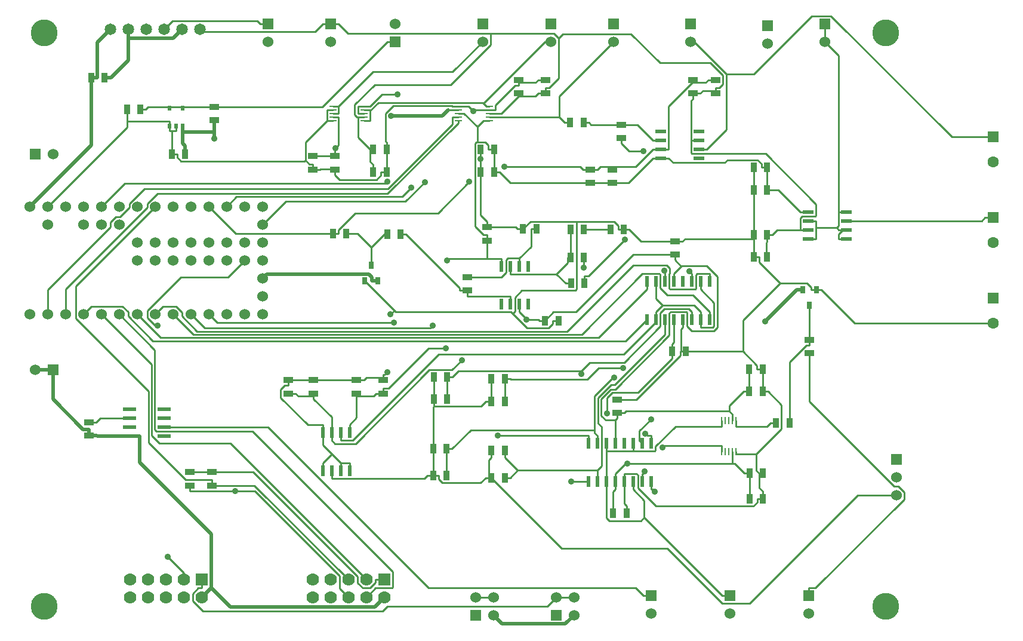
<source format=gtl>
G04 (created by PCBNEW (2013-jul-07)-stable) date Mon 21 Nov 2016 11:23:47 AM PST*
%MOIN*%
G04 Gerber Fmt 3.4, Leading zero omitted, Abs format*
%FSLAX34Y34*%
G01*
G70*
G90*
G04 APERTURE LIST*
%ADD10C,0.00590551*%
%ADD11C,0.06*%
%ADD12R,0.02X0.03*%
%ADD13R,0.0315X0.0394*%
%ADD14R,0.055X0.035*%
%ADD15R,0.035X0.055*%
%ADD16R,0.06X0.06*%
%ADD17R,0.0394X0.0106*%
%ADD18C,0.065*%
%ADD19R,0.0779528X0.0208661*%
%ADD20R,0.063X0.063*%
%ADD21C,0.063*%
%ADD22R,0.023622X0.0610236*%
%ADD23R,0.0610236X0.023622*%
%ADD24R,0.07X0.07*%
%ADD25C,0.07*%
%ADD26R,0.0106X0.0394*%
%ADD27C,0.15*%
%ADD28C,0.035*%
%ADD29C,0.01*%
%ADD30C,0.02*%
%ADD31C,0.0105906*%
G04 APERTURE END LIST*
G54D10*
G54D11*
X20700Y-37200D03*
X21700Y-37200D03*
X22700Y-37200D03*
X23700Y-37200D03*
X24700Y-37200D03*
X25700Y-37200D03*
X26700Y-37200D03*
X27700Y-37200D03*
X28700Y-37200D03*
X29700Y-37200D03*
X30700Y-37200D03*
X31700Y-37200D03*
X32700Y-37200D03*
X33700Y-37200D03*
X33700Y-36200D03*
X33700Y-35200D03*
X33700Y-34200D03*
X33700Y-33200D03*
X33700Y-32200D03*
X33700Y-31200D03*
X32700Y-31200D03*
X31700Y-31200D03*
X30700Y-31200D03*
X29700Y-31200D03*
X28700Y-31200D03*
X27700Y-31200D03*
X26700Y-31200D03*
X25700Y-31200D03*
X24700Y-31200D03*
X23700Y-31200D03*
X22700Y-31200D03*
X21700Y-31200D03*
X20700Y-31200D03*
X26700Y-34200D03*
X27700Y-34200D03*
X28700Y-34200D03*
X29700Y-34200D03*
X30700Y-34200D03*
X31700Y-34200D03*
X32700Y-34200D03*
X32700Y-33200D03*
X31700Y-33200D03*
X30700Y-33200D03*
X29700Y-33200D03*
X28700Y-33200D03*
X27700Y-33200D03*
X26700Y-33200D03*
X25700Y-32200D03*
X24700Y-32200D03*
X23700Y-32200D03*
X21700Y-32200D03*
G54D12*
X28491Y-26698D03*
X29241Y-26698D03*
X28491Y-25698D03*
X28866Y-26698D03*
X29241Y-25698D03*
G54D13*
X39777Y-34474D03*
X40152Y-35340D03*
X39402Y-35340D03*
X64250Y-36683D03*
X63875Y-35817D03*
X64625Y-35817D03*
G54D14*
X38954Y-40873D03*
X38954Y-41623D03*
G54D15*
X43266Y-40704D03*
X44016Y-40704D03*
X60875Y-41500D03*
X61625Y-41500D03*
X61652Y-46074D03*
X60902Y-46074D03*
X60875Y-40250D03*
X61625Y-40250D03*
X61652Y-47492D03*
X60902Y-47492D03*
G54D14*
X36553Y-41623D03*
X36553Y-40873D03*
G54D15*
X43266Y-41925D03*
X44016Y-41925D03*
G54D14*
X35135Y-41623D03*
X35135Y-40873D03*
X40450Y-40873D03*
X40450Y-41623D03*
G54D15*
X57335Y-39271D03*
X56585Y-39271D03*
G54D14*
X56750Y-33875D03*
X56750Y-33125D03*
G54D15*
X54032Y-48309D03*
X53282Y-48309D03*
G54D14*
X53500Y-42699D03*
X53500Y-41949D03*
G54D15*
X62375Y-43250D03*
X63125Y-43250D03*
G54D14*
X64250Y-38625D03*
X64250Y-39375D03*
G54D15*
X51640Y-32472D03*
X50890Y-32472D03*
X51680Y-35464D03*
X50930Y-35464D03*
X48252Y-32433D03*
X49002Y-32433D03*
X51640Y-34047D03*
X50890Y-34047D03*
G54D14*
X45124Y-35128D03*
X45124Y-35878D03*
G54D15*
X41412Y-32742D03*
X40662Y-32742D03*
X38380Y-32702D03*
X37630Y-32702D03*
X49473Y-37551D03*
X50223Y-37551D03*
G54D14*
X46226Y-33083D03*
X46226Y-32333D03*
G54D15*
X53884Y-32472D03*
X53134Y-32472D03*
G54D14*
X24000Y-43225D03*
X24000Y-43975D03*
G54D15*
X24125Y-24000D03*
X24875Y-24000D03*
G54D14*
X30875Y-45999D03*
X30875Y-46749D03*
X29625Y-45999D03*
X29625Y-46749D03*
X59000Y-24875D03*
X59000Y-24125D03*
G54D15*
X61125Y-29000D03*
X61875Y-29000D03*
X61875Y-34000D03*
X61125Y-34000D03*
X61125Y-30250D03*
X61875Y-30250D03*
X61875Y-32750D03*
X61125Y-32750D03*
G54D14*
X37750Y-29125D03*
X37750Y-28375D03*
G54D15*
X39875Y-29250D03*
X40625Y-29250D03*
G54D14*
X48000Y-24875D03*
X48000Y-24125D03*
G54D15*
X45875Y-28000D03*
X46625Y-28000D03*
G54D14*
X49500Y-24875D03*
X49500Y-24125D03*
G54D15*
X45875Y-29250D03*
X46625Y-29250D03*
G54D14*
X36500Y-29125D03*
X36500Y-28375D03*
G54D15*
X50875Y-26500D03*
X51625Y-26500D03*
G54D14*
X53750Y-26625D03*
X53750Y-27375D03*
X52000Y-29125D03*
X52000Y-29875D03*
X57750Y-24875D03*
X57750Y-24125D03*
X53250Y-29125D03*
X53250Y-29875D03*
G54D15*
X46477Y-46320D03*
X47227Y-46320D03*
X46477Y-44785D03*
X47227Y-44785D03*
X43227Y-46198D03*
X43977Y-46198D03*
X39875Y-28000D03*
X40625Y-28000D03*
X26125Y-25750D03*
X26875Y-25750D03*
G54D14*
X31000Y-26375D03*
X31000Y-25625D03*
G54D15*
X28625Y-28250D03*
X29375Y-28250D03*
X46477Y-40789D03*
X47227Y-40789D03*
X43227Y-44702D03*
X43977Y-44702D03*
X46477Y-42049D03*
X47227Y-42049D03*
G54D16*
X69100Y-45300D03*
G54D11*
X69100Y-46300D03*
X69100Y-47300D03*
G54D16*
X50100Y-54000D03*
G54D11*
X50100Y-53000D03*
X51100Y-54000D03*
X51100Y-53000D03*
G54D16*
X45600Y-54000D03*
G54D11*
X45600Y-53000D03*
X46600Y-54000D03*
X46600Y-53000D03*
G54D16*
X46000Y-21000D03*
G54D11*
X46000Y-22000D03*
G54D16*
X41100Y-22000D03*
G54D11*
X41100Y-21000D03*
G54D16*
X22000Y-40300D03*
G54D11*
X21000Y-40300D03*
G54D16*
X49800Y-21000D03*
G54D11*
X49800Y-22000D03*
G54D16*
X21000Y-28250D03*
G54D11*
X22000Y-28250D03*
G54D16*
X53300Y-21000D03*
G54D11*
X53300Y-22000D03*
G54D16*
X57600Y-21000D03*
G54D11*
X57600Y-22000D03*
G54D16*
X55400Y-52900D03*
G54D11*
X55400Y-53900D03*
G54D16*
X61900Y-21100D03*
G54D11*
X61900Y-22100D03*
G54D16*
X64200Y-52900D03*
G54D11*
X64200Y-53900D03*
G54D16*
X59800Y-52900D03*
G54D11*
X59800Y-53900D03*
G54D16*
X65100Y-21000D03*
G54D11*
X65100Y-22000D03*
G54D16*
X37500Y-21000D03*
G54D11*
X37500Y-22000D03*
G54D16*
X34000Y-21000D03*
G54D11*
X34000Y-22000D03*
G54D17*
X44625Y-25600D03*
X44625Y-25800D03*
X44625Y-26000D03*
X44625Y-26200D03*
X44625Y-26400D03*
X46375Y-26400D03*
X46375Y-26200D03*
X46375Y-26000D03*
X46375Y-25800D03*
X46375Y-25600D03*
X37625Y-25600D03*
X37625Y-25800D03*
X37625Y-26000D03*
X37625Y-26200D03*
X37625Y-26400D03*
X39375Y-26400D03*
X39375Y-26200D03*
X39375Y-26000D03*
X39375Y-25800D03*
X39375Y-25600D03*
G54D18*
X25200Y-21300D03*
X26200Y-21300D03*
X27200Y-21300D03*
X28200Y-21300D03*
X29200Y-21300D03*
X30200Y-21300D03*
G54D19*
X26279Y-42500D03*
X26279Y-43000D03*
X26279Y-43500D03*
X26279Y-44000D03*
X28220Y-44000D03*
X28220Y-43500D03*
X28220Y-43000D03*
X28220Y-42500D03*
G54D20*
X74500Y-27311D03*
G54D21*
X74500Y-28689D03*
G54D20*
X74500Y-31811D03*
G54D21*
X74500Y-33189D03*
G54D20*
X74500Y-36311D03*
G54D21*
X74500Y-37689D03*
G54D22*
X37062Y-45933D03*
X37562Y-45933D03*
X38062Y-45933D03*
X38562Y-45933D03*
X38562Y-43807D03*
X38062Y-43807D03*
X37562Y-43807D03*
X37062Y-43807D03*
G54D23*
X55948Y-27000D03*
X55948Y-27500D03*
X55948Y-28000D03*
X55948Y-28500D03*
X58074Y-28500D03*
X58074Y-28000D03*
X58074Y-27500D03*
X58074Y-27000D03*
X66312Y-33000D03*
X66312Y-32500D03*
X66312Y-32000D03*
X66312Y-31500D03*
X64187Y-31500D03*
X64187Y-32000D03*
X64187Y-32500D03*
X64187Y-33000D03*
G54D22*
X48551Y-34519D03*
X48051Y-34519D03*
X47551Y-34519D03*
X47051Y-34519D03*
X47051Y-36645D03*
X47551Y-36645D03*
X48051Y-36645D03*
X48551Y-36645D03*
G54D24*
X30300Y-52000D03*
G54D25*
X30300Y-53000D03*
X29300Y-52000D03*
X29300Y-53000D03*
X28300Y-52000D03*
X28300Y-53000D03*
X27300Y-52000D03*
X27300Y-53000D03*
X26300Y-52000D03*
X26300Y-53000D03*
G54D24*
X40500Y-52000D03*
G54D25*
X40500Y-53000D03*
X39500Y-52000D03*
X39500Y-53000D03*
X38500Y-52000D03*
X38500Y-53000D03*
X37500Y-52000D03*
X37500Y-53000D03*
X36500Y-52000D03*
X36500Y-53000D03*
G54D22*
X51907Y-46537D03*
X52407Y-46537D03*
X52907Y-46537D03*
X53407Y-46537D03*
X53407Y-44411D03*
X52907Y-44411D03*
X52407Y-44411D03*
X51907Y-44411D03*
X53907Y-46537D03*
X54407Y-46537D03*
X54907Y-46537D03*
X55407Y-46537D03*
X54407Y-44411D03*
X54907Y-44411D03*
X55407Y-44411D03*
X53907Y-44411D03*
X55171Y-37500D03*
X55671Y-37500D03*
X56171Y-37500D03*
X56671Y-37500D03*
X56671Y-35374D03*
X56171Y-35374D03*
X55671Y-35374D03*
X55171Y-35374D03*
X57171Y-37500D03*
X57671Y-37500D03*
X58171Y-37500D03*
X58671Y-37500D03*
X57671Y-35374D03*
X58171Y-35374D03*
X58671Y-35374D03*
X57171Y-35374D03*
G54D26*
X59350Y-44875D03*
X59550Y-44875D03*
X59750Y-44875D03*
X59950Y-44875D03*
X60150Y-44875D03*
X60150Y-43125D03*
X59950Y-43125D03*
X59750Y-43125D03*
X59550Y-43125D03*
X59350Y-43125D03*
G54D27*
X68500Y-53500D03*
X21500Y-53500D03*
X21500Y-21500D03*
X68500Y-21500D03*
G54D28*
X48430Y-37494D03*
X44829Y-39749D03*
X37784Y-27940D03*
X52931Y-42735D03*
X54059Y-45534D03*
X44003Y-34182D03*
X43946Y-39106D03*
X61761Y-37611D03*
X31000Y-27390D03*
X45875Y-28539D03*
X47217Y-28971D03*
X40657Y-40431D03*
X40845Y-37214D03*
X45478Y-25855D03*
X28414Y-50735D03*
X27837Y-37842D03*
X42758Y-29817D03*
X40885Y-26121D03*
X41241Y-24931D03*
X56050Y-44625D03*
X51640Y-34584D03*
X54967Y-28104D03*
X53932Y-33035D03*
X45254Y-29812D03*
X32183Y-47054D03*
X42015Y-30126D03*
X50952Y-46537D03*
X43200Y-37847D03*
X46852Y-43976D03*
X41040Y-37667D03*
X55070Y-43850D03*
X40661Y-29802D03*
X55592Y-47107D03*
X51490Y-40522D03*
X55056Y-45968D03*
X57544Y-34813D03*
X55410Y-43053D03*
X53854Y-40211D03*
X56130Y-34771D03*
X53339Y-40731D03*
G54D29*
X58074Y-27500D02*
X57639Y-27500D01*
X53407Y-44411D02*
X53407Y-43976D01*
X30336Y-21436D02*
X30200Y-21300D01*
X36633Y-21436D02*
X30336Y-21436D01*
X37069Y-21000D02*
X36633Y-21436D01*
X37284Y-21000D02*
X37069Y-21000D01*
X56671Y-35374D02*
X56671Y-34938D01*
X64187Y-32500D02*
X63796Y-32500D01*
X60875Y-40250D02*
X60875Y-41500D01*
X37284Y-21000D02*
X37500Y-21000D01*
X37500Y-21000D02*
X37930Y-21000D01*
X49500Y-24875D02*
X49500Y-24569D01*
X48000Y-24875D02*
X48000Y-25027D01*
X49500Y-24875D02*
X49094Y-24875D01*
X56750Y-33875D02*
X56750Y-34180D01*
X56750Y-33875D02*
X56344Y-33875D01*
X57089Y-34520D02*
X56750Y-34180D01*
X57089Y-34520D02*
X56671Y-34938D01*
X59950Y-43125D02*
X59950Y-42797D01*
X60875Y-41500D02*
X60569Y-41500D01*
X48942Y-25027D02*
X48000Y-25027D01*
X49094Y-24875D02*
X48942Y-25027D01*
X47027Y-26000D02*
X46375Y-26000D01*
X48000Y-25027D02*
X47027Y-26000D01*
X48051Y-36645D02*
X48051Y-37080D01*
X49943Y-37080D02*
X49473Y-37551D01*
X51210Y-37080D02*
X49943Y-37080D01*
X54416Y-33875D02*
X51210Y-37080D01*
X56344Y-33875D02*
X54416Y-33875D01*
X49473Y-37551D02*
X49168Y-37551D01*
X53500Y-42699D02*
X53500Y-43004D01*
X59757Y-42312D02*
X60569Y-41500D01*
X59757Y-42604D02*
X59757Y-42312D01*
X54000Y-42604D02*
X53905Y-42699D01*
X59757Y-42604D02*
X54000Y-42604D01*
X59950Y-42797D02*
X59757Y-42604D01*
X53500Y-42699D02*
X53905Y-42699D01*
X62430Y-32500D02*
X62180Y-32750D01*
X63751Y-32500D02*
X62430Y-32500D01*
X63751Y-32500D02*
X63796Y-32500D01*
X53407Y-43976D02*
X53407Y-43097D01*
X53407Y-43097D02*
X53500Y-43004D01*
X39875Y-28000D02*
X39722Y-28000D01*
X39722Y-28692D02*
X39875Y-28844D01*
X39722Y-28000D02*
X39722Y-28692D01*
X39875Y-29250D02*
X39875Y-28844D01*
X38478Y-21547D02*
X46434Y-21547D01*
X37930Y-21000D02*
X38478Y-21547D01*
X39040Y-27317D02*
X39722Y-28000D01*
X39040Y-26200D02*
X39040Y-27317D01*
X38969Y-26200D02*
X39040Y-26200D01*
X38846Y-26076D02*
X38969Y-26200D01*
X38846Y-25513D02*
X38846Y-26076D01*
X39957Y-24402D02*
X38846Y-25513D01*
X44211Y-24402D02*
X39957Y-24402D01*
X46434Y-22179D02*
X44211Y-24402D01*
X46434Y-21547D02*
X46434Y-22179D01*
X39040Y-26200D02*
X39375Y-26200D01*
X48430Y-37460D02*
X48051Y-37080D01*
X48430Y-37494D02*
X48430Y-37460D01*
X49111Y-37494D02*
X48430Y-37494D01*
X49168Y-37551D02*
X49111Y-37494D01*
X61875Y-32750D02*
X62180Y-32750D01*
X61875Y-34000D02*
X61842Y-34000D01*
X61842Y-33187D02*
X61875Y-33155D01*
X61842Y-34000D02*
X61842Y-33187D01*
X61875Y-32750D02*
X61875Y-33155D01*
X57111Y-34498D02*
X57089Y-34520D01*
X58509Y-34498D02*
X57111Y-34498D01*
X59099Y-35088D02*
X58509Y-34498D01*
X59099Y-37936D02*
X59099Y-35088D01*
X58905Y-38131D02*
X59099Y-37936D01*
X57678Y-38131D02*
X58905Y-38131D01*
X57421Y-37873D02*
X57678Y-38131D01*
X57421Y-37115D02*
X57421Y-37873D01*
X57370Y-37064D02*
X57421Y-37115D01*
X56499Y-37064D02*
X57370Y-37064D01*
X56422Y-37141D02*
X56499Y-37064D01*
X56422Y-38365D02*
X56422Y-37141D01*
X53392Y-41396D02*
X56422Y-38365D01*
X53150Y-41396D02*
X53392Y-41396D01*
X52610Y-41936D02*
X53150Y-41396D01*
X52610Y-42850D02*
X52610Y-41936D01*
X52858Y-43097D02*
X52610Y-42850D01*
X53407Y-43097D02*
X52858Y-43097D01*
X50485Y-21552D02*
X50230Y-21807D01*
X54280Y-21552D02*
X50485Y-21552D01*
X55892Y-23163D02*
X54280Y-21552D01*
X58700Y-23163D02*
X55892Y-23163D01*
X59405Y-23868D02*
X58700Y-23163D01*
X59405Y-24355D02*
X59405Y-23868D01*
X59190Y-24569D02*
X59405Y-24355D01*
X59000Y-24569D02*
X59190Y-24569D01*
X50230Y-24030D02*
X50230Y-21807D01*
X49690Y-24569D02*
X50230Y-24030D01*
X49500Y-24569D02*
X49690Y-24569D01*
X49970Y-21547D02*
X46434Y-21547D01*
X50230Y-21807D02*
X49970Y-21547D01*
X59000Y-24875D02*
X59000Y-24722D01*
X59000Y-24722D02*
X59000Y-24569D01*
X58307Y-24722D02*
X58155Y-24875D01*
X59000Y-24722D02*
X58307Y-24722D01*
X57750Y-24875D02*
X58155Y-24875D01*
X57639Y-28213D02*
X57639Y-27500D01*
X57674Y-28248D02*
X57639Y-28213D01*
X61791Y-28248D02*
X57674Y-28248D01*
X64622Y-31078D02*
X61791Y-28248D01*
X64622Y-31706D02*
X64622Y-31078D01*
X64580Y-31748D02*
X64622Y-31706D01*
X63831Y-31748D02*
X64580Y-31748D01*
X63751Y-31827D02*
X63831Y-31748D01*
X63751Y-32500D02*
X63751Y-31827D01*
X57639Y-25290D02*
X57750Y-25180D01*
X57639Y-27500D02*
X57639Y-25290D01*
X57750Y-24875D02*
X57750Y-25180D01*
X37562Y-42937D02*
X37562Y-43807D01*
X36553Y-41928D02*
X37562Y-42937D01*
X37743Y-44423D02*
X37562Y-44242D01*
X38890Y-44423D02*
X37743Y-44423D01*
X43014Y-40299D02*
X38890Y-44423D01*
X44278Y-40299D02*
X43014Y-40299D01*
X44829Y-39749D02*
X44278Y-40299D01*
X37562Y-43807D02*
X37562Y-44242D01*
X36553Y-41623D02*
X36553Y-41775D01*
X36553Y-41775D02*
X36553Y-41928D01*
X35693Y-41775D02*
X35540Y-41623D01*
X36553Y-41775D02*
X35693Y-41775D01*
X35135Y-41623D02*
X35540Y-41623D01*
X53282Y-48309D02*
X53282Y-47903D01*
X34000Y-21000D02*
X33569Y-21000D01*
X33393Y-20823D02*
X33569Y-21000D01*
X28676Y-20823D02*
X33393Y-20823D01*
X28200Y-21300D02*
X28676Y-20823D01*
X60902Y-47492D02*
X60902Y-46074D01*
X47555Y-29875D02*
X46930Y-29250D01*
X52000Y-29875D02*
X47555Y-29875D01*
X46625Y-29250D02*
X46930Y-29250D01*
X53282Y-47097D02*
X53407Y-46972D01*
X53282Y-47903D02*
X53282Y-47097D01*
X53407Y-46755D02*
X53407Y-46972D01*
X53407Y-46755D02*
X53407Y-46537D01*
X53407Y-46537D02*
X53407Y-46102D01*
X37952Y-27772D02*
X37952Y-26200D01*
X37784Y-27940D02*
X37952Y-27772D01*
X37625Y-26200D02*
X37952Y-26200D01*
X37750Y-27974D02*
X37784Y-27940D01*
X37750Y-28375D02*
X37750Y-27974D01*
X36500Y-28375D02*
X36905Y-28375D01*
X37750Y-28375D02*
X36905Y-28375D01*
X56585Y-39271D02*
X56585Y-39676D01*
X64187Y-31500D02*
X63751Y-31500D01*
X62501Y-30250D02*
X63751Y-31500D01*
X61875Y-30250D02*
X62501Y-30250D01*
X46226Y-33083D02*
X46226Y-33388D01*
X47051Y-34519D02*
X47051Y-34084D01*
X46625Y-29250D02*
X46625Y-28844D01*
X46226Y-34084D02*
X46226Y-33388D01*
X46226Y-34084D02*
X47051Y-34084D01*
X44101Y-34084D02*
X44003Y-34182D01*
X46226Y-34084D02*
X44101Y-34084D01*
X46375Y-26400D02*
X46047Y-26400D01*
X46625Y-28844D02*
X46625Y-28000D01*
X46625Y-28000D02*
X46319Y-28000D01*
X44625Y-26000D02*
X44952Y-26000D01*
X45700Y-26747D02*
X44952Y-26000D01*
X45700Y-26747D02*
X46047Y-26400D01*
X46226Y-33083D02*
X46226Y-32778D01*
X45700Y-26747D02*
X45700Y-27594D01*
X46135Y-27594D02*
X45700Y-27594D01*
X46319Y-27778D02*
X46135Y-27594D01*
X46319Y-28000D02*
X46319Y-27778D01*
X46035Y-32778D02*
X46226Y-32778D01*
X45562Y-32305D02*
X46035Y-32778D01*
X45562Y-27662D02*
X45562Y-32305D01*
X45631Y-27594D02*
X45562Y-27662D01*
X45700Y-27594D02*
X45631Y-27594D01*
X53975Y-45534D02*
X54059Y-45534D01*
X53407Y-46102D02*
X53975Y-45534D01*
X59950Y-44875D02*
X59950Y-45202D01*
X60902Y-46074D02*
X60597Y-46074D01*
X59950Y-45534D02*
X59950Y-45202D01*
X54059Y-45534D02*
X59950Y-45534D01*
X60057Y-45534D02*
X60597Y-46074D01*
X59950Y-45534D02*
X60057Y-45534D01*
X56671Y-38780D02*
X56585Y-38866D01*
X56671Y-37500D02*
X56671Y-38780D01*
X56585Y-39271D02*
X56585Y-38866D01*
X56632Y-28748D02*
X56384Y-28500D01*
X59508Y-28748D02*
X56632Y-28748D01*
X59661Y-28594D02*
X59508Y-28748D01*
X61355Y-28594D02*
X59661Y-28594D01*
X61569Y-28809D02*
X61355Y-28594D01*
X61569Y-29000D02*
X61569Y-28809D01*
X55948Y-28500D02*
X56384Y-28500D01*
X61875Y-30250D02*
X61875Y-29844D01*
X61875Y-29000D02*
X61875Y-29844D01*
X61875Y-29000D02*
X61569Y-29000D01*
X54685Y-41576D02*
X56585Y-39676D01*
X53233Y-41576D02*
X54685Y-41576D01*
X52931Y-41878D02*
X53233Y-41576D01*
X52931Y-42735D02*
X52931Y-41878D01*
X38954Y-41623D02*
X38954Y-41775D01*
X40450Y-41623D02*
X40045Y-41623D01*
X52000Y-29875D02*
X53250Y-29875D01*
X54138Y-29875D02*
X55513Y-28500D01*
X53250Y-29875D02*
X54138Y-29875D01*
X55948Y-28500D02*
X55513Y-28500D01*
X39893Y-41775D02*
X40045Y-41623D01*
X38954Y-41775D02*
X39893Y-41775D01*
X38562Y-43807D02*
X38562Y-43371D01*
X38954Y-42980D02*
X38562Y-43371D01*
X38954Y-41775D02*
X38954Y-42980D01*
X40755Y-41317D02*
X40450Y-41317D01*
X42967Y-39106D02*
X40755Y-41317D01*
X43946Y-39106D02*
X42967Y-39106D01*
X40450Y-41623D02*
X40450Y-41317D01*
X24630Y-43000D02*
X24405Y-43225D01*
X26279Y-43000D02*
X24630Y-43000D01*
X24000Y-43225D02*
X24405Y-43225D01*
G54D30*
X63537Y-35835D02*
X63537Y-35817D01*
X61761Y-37611D02*
X63537Y-35835D01*
X63875Y-35817D02*
X63537Y-35817D01*
X39814Y-35129D02*
X39814Y-35340D01*
X39648Y-34963D02*
X39814Y-35129D01*
X33936Y-34963D02*
X39648Y-34963D01*
X33700Y-35200D02*
X33936Y-34963D01*
X40152Y-35340D02*
X39814Y-35340D01*
X29241Y-26698D02*
X29241Y-27028D01*
X31000Y-27028D02*
X29241Y-27028D01*
X31000Y-26375D02*
X31000Y-27028D01*
X31000Y-27028D02*
X31000Y-27390D01*
X29241Y-27661D02*
X29241Y-27028D01*
X29375Y-27794D02*
X29241Y-27661D01*
X29375Y-28250D02*
X29375Y-27794D01*
X50619Y-54480D02*
X51100Y-54000D01*
X47080Y-54480D02*
X50619Y-54480D01*
X46600Y-54000D02*
X47080Y-54480D01*
X24125Y-27775D02*
X20700Y-31200D01*
X24125Y-24000D02*
X24125Y-27775D01*
X24480Y-22019D02*
X24480Y-24000D01*
X25200Y-21300D02*
X24480Y-22019D01*
X24125Y-24000D02*
X24480Y-24000D01*
G54D29*
X54032Y-48309D02*
X54032Y-47903D01*
X47809Y-24430D02*
X48000Y-24430D01*
X46702Y-25537D02*
X47809Y-24430D01*
X46702Y-25800D02*
X46702Y-25537D01*
X46375Y-25800D02*
X46702Y-25800D01*
X53250Y-29125D02*
X53250Y-28972D01*
X61432Y-46867D02*
X61432Y-46074D01*
X61652Y-47087D02*
X61432Y-46867D01*
X61652Y-46074D02*
X61432Y-46074D01*
X61652Y-47492D02*
X61652Y-47087D01*
X60150Y-44875D02*
X60150Y-44993D01*
X61625Y-41500D02*
X61930Y-41500D01*
X53907Y-47778D02*
X53907Y-46537D01*
X54032Y-47903D02*
X53907Y-47778D01*
X61347Y-47682D02*
X61347Y-47492D01*
X61116Y-47913D02*
X61347Y-47682D01*
X55660Y-47913D02*
X61116Y-47913D01*
X54659Y-46912D02*
X55660Y-47913D01*
X54659Y-46173D02*
X54659Y-46912D01*
X54588Y-46102D02*
X54659Y-46173D01*
X53907Y-46102D02*
X54588Y-46102D01*
X53907Y-46537D02*
X53907Y-46102D01*
X61652Y-47492D02*
X61347Y-47492D01*
X66784Y-37689D02*
X64912Y-35817D01*
X74500Y-37689D02*
X66784Y-37689D01*
X61125Y-29000D02*
X61125Y-30250D01*
X64625Y-35817D02*
X64912Y-35817D01*
X52157Y-29125D02*
X52405Y-29125D01*
X52157Y-29125D02*
X52000Y-29125D01*
X38562Y-45497D02*
X38062Y-45497D01*
X38562Y-45933D02*
X38562Y-45497D01*
X38062Y-45933D02*
X38062Y-45497D01*
X48000Y-24125D02*
X48000Y-24277D01*
X48000Y-24277D02*
X48000Y-24430D01*
X48942Y-24277D02*
X49094Y-24125D01*
X48000Y-24277D02*
X48942Y-24277D01*
X49500Y-24125D02*
X49094Y-24125D01*
X50223Y-37551D02*
X49918Y-37551D01*
X52557Y-28972D02*
X52405Y-29125D01*
X53250Y-28972D02*
X52557Y-28972D01*
X57750Y-24125D02*
X57750Y-24277D01*
X58442Y-24277D02*
X58594Y-24125D01*
X57750Y-24277D02*
X58442Y-24277D01*
X59000Y-24125D02*
X58594Y-24125D01*
X61274Y-45916D02*
X61432Y-46074D01*
X61274Y-44993D02*
X61274Y-45916D01*
X60150Y-44993D02*
X61274Y-44993D01*
X62680Y-42250D02*
X61930Y-41500D01*
X62680Y-43587D02*
X62680Y-42250D01*
X61274Y-44993D02*
X62680Y-43587D01*
X45875Y-28000D02*
X45875Y-28539D01*
X51441Y-28971D02*
X51594Y-29125D01*
X47217Y-28971D02*
X51441Y-28971D01*
X52000Y-29125D02*
X51594Y-29125D01*
X57698Y-24277D02*
X57750Y-24277D01*
X56384Y-25592D02*
X57698Y-24277D01*
X56384Y-28000D02*
X56384Y-25592D01*
X55948Y-28000D02*
X56384Y-28000D01*
X57030Y-39500D02*
X57030Y-39271D01*
X54581Y-41949D02*
X57030Y-39500D01*
X53500Y-41949D02*
X54581Y-41949D01*
X61625Y-41500D02*
X61625Y-40250D01*
X61125Y-32750D02*
X61125Y-30250D01*
X28866Y-26698D02*
X28866Y-26978D01*
X28491Y-26698D02*
X28491Y-26418D01*
X26125Y-26418D02*
X28491Y-26418D01*
X26125Y-26775D02*
X26125Y-26418D01*
X21700Y-31200D02*
X26125Y-26775D01*
X26125Y-26418D02*
X26125Y-25750D01*
X28625Y-27844D02*
X28625Y-26978D01*
X28491Y-26978D02*
X28625Y-26978D01*
X28625Y-26978D02*
X28866Y-26978D01*
X28491Y-26698D02*
X28491Y-26978D01*
X36500Y-29125D02*
X36500Y-28819D01*
X28625Y-28092D02*
X28625Y-27844D01*
X28625Y-28092D02*
X28625Y-28250D01*
X28625Y-28250D02*
X28930Y-28250D01*
X46226Y-32333D02*
X46631Y-32333D01*
X45875Y-28539D02*
X45875Y-29250D01*
X45875Y-31677D02*
X46226Y-32028D01*
X45875Y-29250D02*
X45875Y-31677D01*
X46226Y-32333D02*
X46226Y-32028D01*
X36094Y-27603D02*
X37297Y-26400D01*
X36094Y-28605D02*
X36094Y-27603D01*
X36309Y-28819D02*
X36500Y-28819D01*
X36094Y-28605D02*
X36309Y-28819D01*
X37625Y-26400D02*
X37342Y-26400D01*
X37342Y-26400D02*
X37297Y-26400D01*
X37297Y-26400D02*
X37297Y-25800D01*
X37625Y-25800D02*
X37297Y-25800D01*
X40845Y-37214D02*
X41060Y-36998D01*
X41060Y-36998D02*
X39402Y-35340D01*
X40521Y-40567D02*
X40657Y-40431D01*
X40450Y-40567D02*
X40521Y-40567D01*
X57079Y-38027D02*
X57079Y-39271D01*
X57171Y-37935D02*
X57079Y-38027D01*
X57079Y-39271D02*
X57030Y-39271D01*
X57171Y-37500D02*
X57171Y-37935D01*
X45534Y-25800D02*
X46375Y-25800D01*
X45478Y-25855D02*
X45534Y-25800D01*
X45222Y-25600D02*
X44625Y-25600D01*
X45478Y-25855D02*
X45222Y-25600D01*
X44625Y-25600D02*
X44297Y-25600D01*
X40579Y-27549D02*
X40625Y-27594D01*
X40579Y-25995D02*
X40579Y-27549D01*
X41005Y-25569D02*
X40579Y-25995D01*
X44267Y-25569D02*
X41005Y-25569D01*
X44297Y-25600D02*
X44267Y-25569D01*
X40625Y-28000D02*
X40625Y-27594D01*
X36035Y-28664D02*
X36094Y-28605D01*
X29154Y-28664D02*
X36035Y-28664D01*
X28930Y-28440D02*
X29154Y-28664D01*
X28930Y-28250D02*
X28930Y-28440D01*
X37750Y-29125D02*
X37750Y-29086D01*
X36943Y-29086D02*
X36905Y-29125D01*
X37750Y-29086D02*
X36943Y-29086D01*
X36500Y-29125D02*
X36905Y-29125D01*
X48252Y-32433D02*
X47947Y-32433D01*
X47848Y-32333D02*
X47947Y-32433D01*
X46631Y-32333D02*
X47848Y-32333D01*
X47585Y-37080D02*
X47667Y-37162D01*
X41143Y-37080D02*
X47585Y-37080D01*
X41060Y-36998D02*
X41143Y-37080D01*
X49918Y-37741D02*
X49918Y-37551D01*
X49688Y-37972D02*
X49918Y-37741D01*
X48476Y-37972D02*
X49688Y-37972D01*
X47667Y-37162D02*
X48476Y-37972D01*
X51210Y-32019D02*
X51239Y-32047D01*
X48666Y-32019D02*
X51210Y-32019D01*
X48252Y-32433D02*
X48666Y-32019D01*
X47802Y-37026D02*
X47667Y-37162D01*
X47802Y-36255D02*
X47802Y-37026D01*
X48188Y-35869D02*
X47802Y-36255D01*
X51158Y-35869D02*
X48188Y-35869D01*
X51239Y-35789D02*
X51158Y-35869D01*
X51239Y-32047D02*
X51239Y-35789D01*
X54541Y-28972D02*
X55513Y-28000D01*
X53250Y-28972D02*
X54541Y-28972D01*
X55948Y-28000D02*
X55513Y-28000D01*
X64625Y-35817D02*
X64337Y-35817D01*
X61125Y-33155D02*
X61125Y-34000D01*
X61125Y-34000D02*
X61430Y-34000D01*
X37062Y-45933D02*
X37062Y-45497D01*
X37562Y-44997D02*
X37062Y-45497D01*
X37562Y-44997D02*
X38062Y-45497D01*
X37062Y-44497D02*
X37562Y-44997D01*
X37062Y-43807D02*
X37062Y-44497D01*
X36553Y-40873D02*
X35135Y-40873D01*
X36226Y-43371D02*
X37062Y-43371D01*
X34713Y-41858D02*
X36226Y-43371D01*
X34713Y-41409D02*
X34713Y-41858D01*
X34945Y-41178D02*
X34713Y-41409D01*
X35135Y-41178D02*
X34945Y-41178D01*
X35135Y-40873D02*
X35135Y-41178D01*
X37062Y-43807D02*
X37062Y-43371D01*
X37750Y-29125D02*
X37750Y-29430D01*
X40625Y-28000D02*
X40625Y-29250D01*
X38003Y-29683D02*
X37750Y-29430D01*
X40076Y-29683D02*
X38003Y-29683D01*
X40319Y-29440D02*
X40076Y-29683D01*
X40319Y-29250D02*
X40319Y-29440D01*
X40625Y-29250D02*
X40319Y-29250D01*
X38954Y-40873D02*
X36553Y-40873D01*
X53345Y-32047D02*
X51239Y-32047D01*
X53579Y-32281D02*
X53345Y-32047D01*
X53579Y-32472D02*
X53579Y-32281D01*
X40450Y-40873D02*
X40450Y-40720D01*
X40450Y-40720D02*
X40450Y-40567D01*
X39512Y-40720D02*
X39359Y-40873D01*
X40450Y-40720D02*
X39512Y-40720D01*
X38954Y-40873D02*
X39359Y-40873D01*
X53778Y-32472D02*
X53579Y-32472D01*
X53778Y-32472D02*
X53884Y-32472D01*
X54842Y-33125D02*
X54189Y-32472D01*
X56750Y-33125D02*
X54842Y-33125D01*
X53884Y-32472D02*
X54189Y-32472D01*
X61125Y-32750D02*
X61125Y-32987D01*
X61125Y-32987D02*
X61125Y-33155D01*
X57292Y-32987D02*
X57155Y-33125D01*
X61125Y-32987D02*
X57292Y-32987D01*
X56750Y-33125D02*
X57155Y-33125D01*
X57207Y-39271D02*
X57079Y-39271D01*
X57207Y-39271D02*
X57335Y-39271D01*
X61625Y-40250D02*
X61319Y-40250D01*
X64337Y-35712D02*
X64337Y-35817D01*
X64097Y-35472D02*
X64337Y-35712D01*
X62602Y-35472D02*
X64097Y-35472D01*
X61430Y-34299D02*
X61430Y-34000D01*
X62602Y-35472D02*
X61430Y-34299D01*
X60532Y-37542D02*
X62602Y-35472D01*
X60532Y-39271D02*
X60532Y-37542D01*
X57335Y-39271D02*
X60532Y-39271D01*
X61319Y-40059D02*
X61319Y-40250D01*
X60532Y-39271D02*
X61319Y-40059D01*
X58074Y-28000D02*
X58510Y-28000D01*
X72197Y-27310D02*
X74500Y-27310D01*
X65455Y-20569D02*
X72197Y-27310D01*
X64389Y-20569D02*
X65455Y-20569D01*
X61150Y-23808D02*
X64389Y-20569D01*
X59599Y-23808D02*
X61150Y-23808D01*
X59599Y-26910D02*
X59599Y-23808D01*
X58510Y-28000D02*
X59599Y-26910D01*
X57791Y-22000D02*
X57600Y-22000D01*
X59599Y-23808D02*
X57791Y-22000D01*
X29300Y-51620D02*
X28414Y-50735D01*
X29300Y-52000D02*
X29300Y-51620D01*
X31769Y-35130D02*
X32700Y-34200D01*
X29147Y-35130D02*
X31769Y-35130D01*
X27261Y-37015D02*
X29147Y-35130D01*
X27261Y-37387D02*
X27261Y-37015D01*
X27717Y-37842D02*
X27261Y-37387D01*
X27837Y-37842D02*
X27717Y-37842D01*
X46375Y-25600D02*
X46211Y-25600D01*
X39375Y-26400D02*
X39702Y-26400D01*
X39375Y-25800D02*
X39665Y-25800D01*
X39702Y-25836D02*
X39702Y-26400D01*
X39665Y-25800D02*
X39702Y-25836D01*
X39665Y-25800D02*
X39665Y-25800D01*
X46001Y-25389D02*
X46045Y-25434D01*
X40167Y-25389D02*
X46001Y-25389D01*
X39720Y-25836D02*
X40167Y-25389D01*
X39702Y-25836D02*
X39720Y-25836D01*
X46211Y-25600D02*
X46045Y-25434D01*
X49479Y-22000D02*
X49800Y-22000D01*
X46045Y-25434D02*
X49479Y-22000D01*
X50875Y-26500D02*
X50569Y-26500D01*
X50269Y-25030D02*
X50269Y-26200D01*
X53300Y-22000D02*
X50269Y-25030D01*
X46375Y-26200D02*
X50269Y-26200D01*
X50269Y-26200D02*
X50569Y-26500D01*
X44625Y-26200D02*
X44297Y-26200D01*
X21700Y-35826D02*
X21700Y-37200D01*
X25200Y-32326D02*
X21700Y-35826D01*
X25200Y-32068D02*
X25200Y-32326D01*
X25498Y-31769D02*
X25200Y-32068D01*
X25740Y-31769D02*
X25498Y-31769D01*
X26263Y-31246D02*
X25740Y-31769D01*
X26263Y-31027D02*
X26263Y-31246D01*
X27093Y-30197D02*
X26263Y-31027D01*
X40698Y-30197D02*
X27093Y-30197D01*
X44297Y-26598D02*
X40698Y-30197D01*
X44297Y-26200D02*
X44297Y-26598D01*
X22700Y-35808D02*
X22700Y-37200D01*
X27263Y-31244D02*
X22700Y-35808D01*
X27263Y-31027D02*
X27263Y-31244D01*
X27823Y-30468D02*
X27263Y-31027D01*
X40687Y-30468D02*
X27823Y-30468D01*
X44625Y-26530D02*
X40687Y-30468D01*
X44625Y-26400D02*
X44625Y-26530D01*
X37625Y-25600D02*
X37907Y-25600D01*
X37625Y-26000D02*
X37952Y-26000D01*
X37952Y-25600D02*
X37907Y-25600D01*
X37952Y-25600D02*
X37952Y-25600D01*
X37952Y-26000D02*
X37952Y-25600D01*
X44319Y-23680D02*
X46000Y-22000D01*
X39872Y-23680D02*
X44319Y-23680D01*
X37952Y-25600D02*
X39872Y-23680D01*
X35010Y-30889D02*
X33700Y-32200D01*
X41686Y-30889D02*
X35010Y-30889D01*
X42758Y-29817D02*
X41686Y-30889D01*
G54D30*
X21000Y-40300D02*
X22000Y-40300D01*
X22000Y-41930D02*
X22000Y-40300D01*
X23689Y-43619D02*
X22000Y-41930D01*
X24000Y-43619D02*
X23689Y-43619D01*
X24000Y-43975D02*
X24000Y-43619D01*
X24000Y-43975D02*
X24455Y-43975D01*
X24875Y-24000D02*
X25230Y-24000D01*
X28694Y-21805D02*
X26200Y-21805D01*
X29200Y-21300D02*
X28694Y-21805D01*
X26200Y-21300D02*
X26200Y-21805D01*
X26200Y-23030D02*
X25230Y-24000D01*
X26200Y-21805D02*
X26200Y-23030D01*
X24480Y-44000D02*
X24455Y-43975D01*
X26279Y-44000D02*
X24480Y-44000D01*
X26279Y-44000D02*
X26849Y-44000D01*
X31914Y-53542D02*
X30836Y-52463D01*
X39957Y-53542D02*
X31914Y-53542D01*
X40500Y-53000D02*
X39957Y-53542D01*
X30836Y-49456D02*
X30836Y-52463D01*
X26849Y-45469D02*
X30836Y-49456D01*
X26849Y-44000D02*
X26849Y-45469D01*
X30836Y-52463D02*
X30300Y-53000D01*
G54D31*
X44067Y-25800D02*
X44625Y-25800D01*
G54D30*
X43746Y-26121D02*
X40885Y-26121D01*
X44067Y-25800D02*
X43746Y-26121D01*
G54D29*
X39047Y-25600D02*
X39047Y-26000D01*
X39375Y-26000D02*
X39047Y-26000D01*
X39375Y-25600D02*
X39047Y-25600D01*
X39375Y-25600D02*
X39702Y-25600D01*
X28491Y-25698D02*
X28491Y-25628D01*
X41100Y-22000D02*
X40669Y-22000D01*
X37044Y-25625D02*
X31000Y-25625D01*
X40669Y-22000D02*
X37044Y-25625D01*
X31000Y-25625D02*
X29241Y-25625D01*
X29241Y-25698D02*
X29241Y-25625D01*
X29241Y-25625D02*
X29241Y-25619D01*
X28500Y-25619D02*
X29241Y-25619D01*
X28491Y-25628D02*
X28500Y-25619D01*
X26875Y-25750D02*
X27180Y-25750D01*
X27301Y-25628D02*
X27180Y-25750D01*
X28491Y-25628D02*
X27301Y-25628D01*
X40370Y-24931D02*
X41241Y-24931D01*
X39702Y-25600D02*
X40370Y-24931D01*
X59350Y-44875D02*
X59350Y-44547D01*
X56127Y-44547D02*
X56050Y-44625D01*
X59350Y-44547D02*
X56127Y-44547D01*
X51640Y-34584D02*
X51640Y-34047D01*
X54539Y-52469D02*
X54969Y-52900D01*
X42963Y-52469D02*
X54539Y-52469D01*
X33993Y-43500D02*
X42963Y-52469D01*
X28220Y-43500D02*
X33993Y-43500D01*
X55400Y-52900D02*
X54969Y-52900D01*
X73865Y-32000D02*
X74054Y-31810D01*
X66312Y-32000D02*
X73865Y-32000D01*
X74500Y-31810D02*
X74054Y-31810D01*
X66312Y-31500D02*
X65877Y-31500D01*
X66312Y-32500D02*
X66095Y-32500D01*
X66095Y-32500D02*
X65877Y-32500D01*
X65877Y-32717D02*
X65877Y-33000D01*
X66095Y-32500D02*
X65877Y-32717D01*
X66312Y-33000D02*
X65877Y-33000D01*
X64187Y-33000D02*
X64622Y-33000D01*
X64187Y-32000D02*
X64622Y-32000D01*
X65757Y-32379D02*
X65877Y-32500D01*
X64622Y-32379D02*
X65757Y-32379D01*
X64622Y-33000D02*
X64622Y-32379D01*
X64622Y-32379D02*
X64622Y-32000D01*
X65100Y-22000D02*
X65100Y-21430D01*
X65100Y-21000D02*
X65100Y-21430D01*
X65877Y-32258D02*
X65877Y-31500D01*
X65757Y-32379D02*
X65877Y-32258D01*
X65877Y-22777D02*
X65100Y-22000D01*
X65877Y-31500D02*
X65877Y-22777D01*
X54174Y-28104D02*
X53750Y-27680D01*
X54967Y-28104D02*
X54174Y-28104D01*
X53750Y-27375D02*
X53750Y-27680D01*
X51908Y-35059D02*
X51680Y-35059D01*
X53932Y-33035D02*
X51908Y-35059D01*
X51680Y-35464D02*
X51680Y-35059D01*
X32202Y-32702D02*
X37630Y-32702D01*
X30700Y-31200D02*
X32202Y-32702D01*
X37630Y-32702D02*
X37936Y-32702D01*
X43505Y-31561D02*
X45254Y-29812D01*
X38886Y-31561D02*
X43505Y-31561D01*
X37936Y-32512D02*
X38886Y-31561D01*
X37936Y-32702D02*
X37936Y-32512D01*
X40019Y-52480D02*
X39500Y-53000D01*
X40923Y-52480D02*
X40019Y-52480D01*
X40980Y-52423D02*
X40923Y-52480D01*
X40980Y-51572D02*
X40980Y-52423D01*
X33142Y-43734D02*
X40980Y-51572D01*
X27776Y-43734D02*
X33142Y-43734D01*
X27685Y-43642D02*
X27776Y-43734D01*
X27685Y-39185D02*
X27685Y-43642D01*
X25700Y-37200D02*
X27685Y-39185D01*
X33249Y-46749D02*
X38500Y-52000D01*
X30875Y-46749D02*
X33249Y-46749D01*
X30875Y-46749D02*
X30875Y-46444D01*
X23268Y-35631D02*
X27700Y-31200D01*
X23268Y-37448D02*
X23268Y-35631D01*
X27324Y-41504D02*
X23268Y-37448D01*
X27324Y-44352D02*
X27324Y-41504D01*
X29417Y-46444D02*
X27324Y-44352D01*
X30875Y-46444D02*
X29417Y-46444D01*
X29625Y-46749D02*
X29625Y-47054D01*
X33267Y-47054D02*
X32183Y-47054D01*
X38000Y-51787D02*
X33267Y-47054D01*
X38000Y-52500D02*
X38000Y-51787D01*
X38500Y-53000D02*
X38000Y-52500D01*
X32183Y-47054D02*
X29625Y-47054D01*
X54407Y-46537D02*
X54407Y-46972D01*
X52907Y-44411D02*
X52907Y-44846D01*
X52907Y-46537D02*
X52907Y-46102D01*
X59800Y-52900D02*
X59369Y-52900D01*
X55018Y-48548D02*
X59369Y-52900D01*
X55018Y-47583D02*
X55018Y-48548D01*
X54407Y-46972D02*
X55018Y-47583D01*
X52907Y-48573D02*
X52907Y-46537D01*
X53061Y-48727D02*
X52907Y-48573D01*
X54839Y-48727D02*
X53061Y-48727D01*
X55018Y-48548D02*
X54839Y-48727D01*
X52907Y-44846D02*
X52907Y-46102D01*
X54407Y-44411D02*
X54407Y-44846D01*
X52907Y-44846D02*
X54407Y-44846D01*
X56784Y-43452D02*
X59350Y-43452D01*
X55655Y-44580D02*
X56784Y-43452D01*
X55655Y-44793D02*
X55655Y-44580D01*
X55602Y-44846D02*
X55655Y-44793D01*
X54407Y-44846D02*
X55602Y-44846D01*
X59350Y-43125D02*
X59350Y-43452D01*
X64250Y-42076D02*
X64250Y-39375D01*
X68973Y-46800D02*
X64250Y-42076D01*
X69209Y-46800D02*
X68973Y-46800D01*
X69530Y-47120D02*
X69209Y-46800D01*
X69530Y-47516D02*
X69530Y-47120D01*
X64576Y-52469D02*
X69530Y-47516D01*
X64200Y-52469D02*
X64576Y-52469D01*
X64200Y-52514D02*
X64200Y-52469D01*
X64200Y-52900D02*
X64200Y-52514D01*
X64200Y-52469D02*
X64200Y-52469D01*
X41494Y-30648D02*
X42015Y-30126D01*
X32251Y-30648D02*
X41494Y-30648D01*
X31700Y-31200D02*
X32251Y-30648D01*
X24133Y-36766D02*
X23700Y-37200D01*
X25889Y-36766D02*
X24133Y-36766D01*
X26200Y-37076D02*
X25889Y-36766D01*
X26200Y-37315D02*
X26200Y-37076D01*
X27578Y-38693D02*
X26200Y-37315D01*
X53977Y-38693D02*
X27578Y-38693D01*
X55171Y-37500D02*
X53977Y-38693D01*
X55171Y-35374D02*
X55171Y-35809D01*
X28013Y-38513D02*
X26700Y-37200D01*
X52467Y-38513D02*
X28013Y-38513D01*
X55171Y-35809D02*
X52467Y-38513D01*
X58671Y-35374D02*
X58671Y-34938D01*
X28143Y-36756D02*
X27700Y-37200D01*
X28866Y-36756D02*
X28143Y-36756D01*
X29200Y-37090D02*
X28866Y-36756D01*
X29200Y-37315D02*
X29200Y-37090D01*
X30037Y-38153D02*
X29200Y-37315D01*
X50717Y-38153D02*
X30037Y-38153D01*
X54411Y-34459D02*
X50717Y-38153D01*
X56272Y-34459D02*
X54411Y-34459D01*
X56435Y-34622D02*
X56272Y-34459D01*
X56435Y-34925D02*
X56435Y-34622D01*
X56422Y-34938D02*
X56435Y-34925D01*
X56422Y-35760D02*
X56422Y-34938D01*
X56471Y-35809D02*
X56422Y-35760D01*
X57871Y-35809D02*
X56471Y-35809D01*
X57922Y-35758D02*
X57871Y-35809D01*
X57922Y-34991D02*
X57922Y-35758D01*
X57975Y-34938D02*
X57922Y-34991D01*
X58671Y-34938D02*
X57975Y-34938D01*
X58671Y-37500D02*
X58671Y-37064D01*
X29833Y-38333D02*
X28700Y-37200D01*
X51528Y-38333D02*
X29833Y-38333D01*
X54922Y-34938D02*
X51528Y-38333D01*
X55865Y-34938D02*
X54922Y-34938D01*
X55922Y-34995D02*
X55865Y-34938D01*
X55922Y-35745D02*
X55922Y-34995D01*
X56316Y-36138D02*
X55922Y-35745D01*
X57745Y-36138D02*
X56316Y-36138D01*
X58671Y-37064D02*
X57745Y-36138D01*
X30472Y-37972D02*
X29700Y-37200D01*
X43075Y-37972D02*
X30472Y-37972D01*
X43200Y-37847D02*
X43075Y-37972D01*
X51907Y-46537D02*
X50952Y-46537D01*
X51907Y-44411D02*
X51907Y-43976D01*
X51907Y-43976D02*
X46852Y-43976D01*
X31167Y-37667D02*
X30700Y-37200D01*
X41040Y-37667D02*
X31167Y-37667D01*
X55407Y-44411D02*
X55407Y-43976D01*
X55196Y-43976D02*
X55070Y-43850D01*
X55407Y-43976D02*
X55196Y-43976D01*
X40571Y-29892D02*
X40661Y-29802D01*
X26007Y-29892D02*
X40571Y-29892D01*
X24700Y-31200D02*
X26007Y-29892D01*
X55407Y-46537D02*
X55407Y-46972D01*
X55457Y-46972D02*
X55592Y-47107D01*
X55407Y-46972D02*
X55457Y-46972D01*
X27504Y-40004D02*
X24700Y-37200D01*
X27504Y-43972D02*
X27504Y-40004D01*
X27942Y-44410D02*
X27504Y-43972D01*
X31910Y-44410D02*
X27942Y-44410D01*
X39500Y-52000D02*
X31910Y-44410D01*
X30300Y-52000D02*
X30300Y-52480D01*
X49600Y-53500D02*
X50100Y-53000D01*
X40679Y-53500D02*
X49600Y-53500D01*
X40406Y-53772D02*
X40679Y-53500D01*
X30383Y-53772D02*
X40406Y-53772D01*
X29800Y-53188D02*
X30383Y-53772D01*
X29800Y-52800D02*
X29800Y-53188D01*
X30119Y-52480D02*
X29800Y-52800D01*
X30300Y-52480D02*
X30119Y-52480D01*
X50100Y-53000D02*
X51100Y-53000D01*
X29625Y-45999D02*
X30875Y-45999D01*
X33183Y-45999D02*
X30875Y-45999D01*
X39000Y-51816D02*
X33183Y-45999D01*
X39000Y-52182D02*
X39000Y-51816D01*
X39297Y-52480D02*
X39000Y-52182D01*
X39708Y-52480D02*
X39297Y-52480D01*
X40019Y-52169D02*
X39708Y-52480D01*
X40019Y-52000D02*
X40019Y-52169D01*
X40500Y-52000D02*
X40019Y-52000D01*
X45600Y-53000D02*
X46600Y-53000D01*
X43266Y-40704D02*
X43266Y-41925D01*
X42752Y-46368D02*
X42922Y-46198D01*
X37562Y-46368D02*
X42752Y-46368D01*
X37562Y-45933D02*
X37562Y-46368D01*
X43227Y-46198D02*
X42922Y-46198D01*
X43227Y-42369D02*
X43266Y-42330D01*
X43227Y-44702D02*
X43227Y-42369D01*
X43266Y-41925D02*
X43266Y-42330D01*
X46477Y-42049D02*
X46477Y-40789D01*
X45891Y-42330D02*
X43266Y-42330D01*
X46172Y-42049D02*
X45891Y-42330D01*
X46477Y-42049D02*
X46172Y-42049D01*
X43227Y-44702D02*
X43227Y-46198D01*
X43227Y-46198D02*
X43532Y-46198D01*
X46324Y-46320D02*
X46172Y-46320D01*
X46324Y-45343D02*
X46477Y-45190D01*
X46324Y-46320D02*
X46324Y-45343D01*
X46477Y-44785D02*
X46477Y-45190D01*
X45889Y-46603D02*
X46172Y-46320D01*
X43746Y-46603D02*
X45889Y-46603D01*
X43532Y-46389D02*
X43746Y-46603D01*
X43532Y-46198D02*
X43532Y-46389D01*
X46477Y-46320D02*
X46467Y-46320D01*
X46467Y-46320D02*
X46324Y-46320D01*
X66947Y-47300D02*
X69100Y-47300D01*
X60911Y-53336D02*
X66947Y-47300D01*
X59376Y-53336D02*
X60911Y-53336D01*
X56296Y-50257D02*
X59376Y-53336D01*
X50404Y-50257D02*
X56296Y-50257D01*
X46467Y-46320D02*
X50404Y-50257D01*
X64250Y-36682D02*
X64250Y-38625D01*
X63125Y-39864D02*
X63125Y-43250D01*
X64059Y-38930D02*
X63125Y-39864D01*
X64250Y-38930D02*
X64059Y-38930D01*
X64250Y-38625D02*
X64250Y-38930D01*
X61867Y-43452D02*
X62069Y-43250D01*
X60150Y-43452D02*
X61867Y-43452D01*
X60150Y-43125D02*
X60150Y-43452D01*
X62375Y-43250D02*
X62069Y-43250D01*
X58171Y-37500D02*
X58171Y-37064D01*
X55671Y-37282D02*
X55671Y-37064D01*
X55671Y-36344D02*
X56031Y-36704D01*
X55671Y-35374D02*
X55671Y-36344D01*
X57811Y-36704D02*
X56031Y-36704D01*
X58171Y-37064D02*
X57811Y-36704D01*
X56031Y-36704D02*
X55671Y-37064D01*
X58843Y-37935D02*
X58171Y-37935D01*
X58919Y-37858D02*
X58843Y-37935D01*
X58919Y-36557D02*
X58919Y-37858D01*
X58171Y-35809D02*
X58919Y-36557D01*
X58171Y-35374D02*
X58171Y-35809D01*
X58171Y-37500D02*
X58171Y-37935D01*
X55671Y-37282D02*
X55671Y-37500D01*
X38062Y-43807D02*
X38062Y-44242D01*
X38753Y-44242D02*
X38062Y-44242D01*
X43551Y-39444D02*
X38753Y-44242D01*
X53868Y-39444D02*
X43551Y-39444D01*
X55671Y-37641D02*
X53868Y-39444D01*
X55671Y-37500D02*
X55671Y-37641D01*
X49002Y-32433D02*
X48697Y-32433D01*
X47049Y-35128D02*
X45124Y-35128D01*
X47299Y-34878D02*
X47049Y-35128D01*
X47299Y-34160D02*
X47299Y-34878D01*
X47394Y-34065D02*
X47299Y-34160D01*
X48051Y-34065D02*
X47394Y-34065D01*
X48051Y-34519D02*
X48051Y-34065D01*
X48697Y-33418D02*
X48697Y-32433D01*
X48051Y-34065D02*
X48697Y-33418D01*
X53134Y-32472D02*
X51640Y-32472D01*
X40662Y-32742D02*
X40509Y-32742D01*
X39005Y-32702D02*
X39777Y-33474D01*
X38380Y-32702D02*
X39005Y-32702D01*
X40509Y-32742D02*
X39777Y-33474D01*
X39777Y-33474D02*
X39777Y-34474D01*
X44718Y-35743D02*
X44718Y-35878D01*
X41717Y-32742D02*
X44718Y-35743D01*
X41412Y-32742D02*
X41717Y-32742D01*
X45124Y-35878D02*
X44718Y-35878D01*
X45150Y-36210D02*
X45124Y-36184D01*
X47551Y-36210D02*
X45150Y-36210D01*
X47551Y-36645D02*
X47551Y-36210D01*
X45124Y-35878D02*
X45124Y-36184D01*
X50890Y-34047D02*
X50738Y-34047D01*
X47551Y-34519D02*
X47551Y-34954D01*
X50930Y-35464D02*
X50625Y-35464D01*
X50890Y-33894D02*
X50738Y-34047D01*
X50890Y-32472D02*
X50890Y-33894D01*
X50738Y-34332D02*
X50115Y-34954D01*
X50738Y-34047D02*
X50738Y-34332D01*
X47551Y-34954D02*
X50115Y-34954D01*
X50115Y-34954D02*
X50625Y-35464D01*
X44016Y-41925D02*
X44016Y-40704D01*
X57671Y-37500D02*
X57671Y-37064D01*
X44016Y-40704D02*
X44321Y-40704D01*
X54907Y-46537D02*
X54907Y-46102D01*
X54923Y-46102D02*
X54907Y-46102D01*
X55056Y-45968D02*
X54923Y-46102D01*
X44647Y-40379D02*
X44321Y-40704D01*
X51490Y-40379D02*
X44647Y-40379D01*
X51962Y-39906D02*
X51490Y-40379D01*
X53895Y-39906D02*
X51962Y-39906D01*
X55922Y-37879D02*
X53895Y-39906D01*
X55922Y-37116D02*
X55922Y-37879D01*
X56154Y-36884D02*
X55922Y-37116D01*
X57491Y-36884D02*
X56154Y-36884D01*
X57671Y-37064D02*
X57491Y-36884D01*
X51490Y-40379D02*
X51490Y-40522D01*
X47227Y-42049D02*
X47227Y-40789D01*
X57671Y-35374D02*
X57671Y-34938D01*
X57670Y-34938D02*
X57544Y-34813D01*
X57671Y-34938D02*
X57670Y-34938D01*
X54752Y-44256D02*
X54907Y-44411D01*
X54752Y-43711D02*
X54752Y-44256D01*
X55410Y-43053D02*
X54752Y-43711D01*
X47227Y-40789D02*
X47532Y-40789D01*
X52460Y-40211D02*
X53854Y-40211D01*
X51844Y-40827D02*
X52460Y-40211D01*
X47571Y-40827D02*
X51844Y-40827D01*
X47532Y-40789D02*
X47571Y-40827D01*
X43977Y-44702D02*
X43977Y-46198D01*
X52407Y-44411D02*
X52407Y-43976D01*
X56171Y-34812D02*
X56130Y-34771D01*
X56171Y-35374D02*
X56171Y-34812D01*
X43977Y-44702D02*
X44282Y-44702D01*
X45332Y-43652D02*
X44282Y-44702D01*
X52250Y-43652D02*
X45332Y-43652D01*
X52250Y-43818D02*
X52407Y-43976D01*
X52250Y-43652D02*
X52250Y-43818D01*
X53287Y-40731D02*
X53339Y-40731D01*
X52250Y-41768D02*
X53287Y-40731D01*
X52250Y-43652D02*
X52250Y-41768D01*
X47227Y-46320D02*
X47532Y-46320D01*
X47227Y-44785D02*
X47227Y-45190D01*
X52407Y-46537D02*
X52407Y-46102D01*
X47227Y-45190D02*
X47945Y-45908D01*
X47945Y-45908D02*
X47532Y-46320D01*
X52407Y-45908D02*
X47945Y-45908D01*
X52655Y-45660D02*
X52407Y-45908D01*
X52655Y-43499D02*
X52655Y-45660D01*
X52430Y-43273D02*
X52655Y-43499D01*
X52430Y-41862D02*
X52430Y-43273D01*
X53166Y-41126D02*
X52430Y-41862D01*
X53383Y-41126D02*
X53166Y-41126D01*
X56171Y-38338D02*
X53383Y-41126D01*
X56171Y-37500D02*
X56171Y-38338D01*
X52407Y-45908D02*
X52407Y-46102D01*
X52055Y-26625D02*
X51930Y-26500D01*
X53750Y-26625D02*
X52055Y-26625D01*
X51625Y-26500D02*
X51930Y-26500D01*
X54638Y-26625D02*
X53750Y-26625D01*
X55513Y-27500D02*
X54638Y-26625D01*
X55948Y-27500D02*
X55513Y-27500D01*
M02*

</source>
